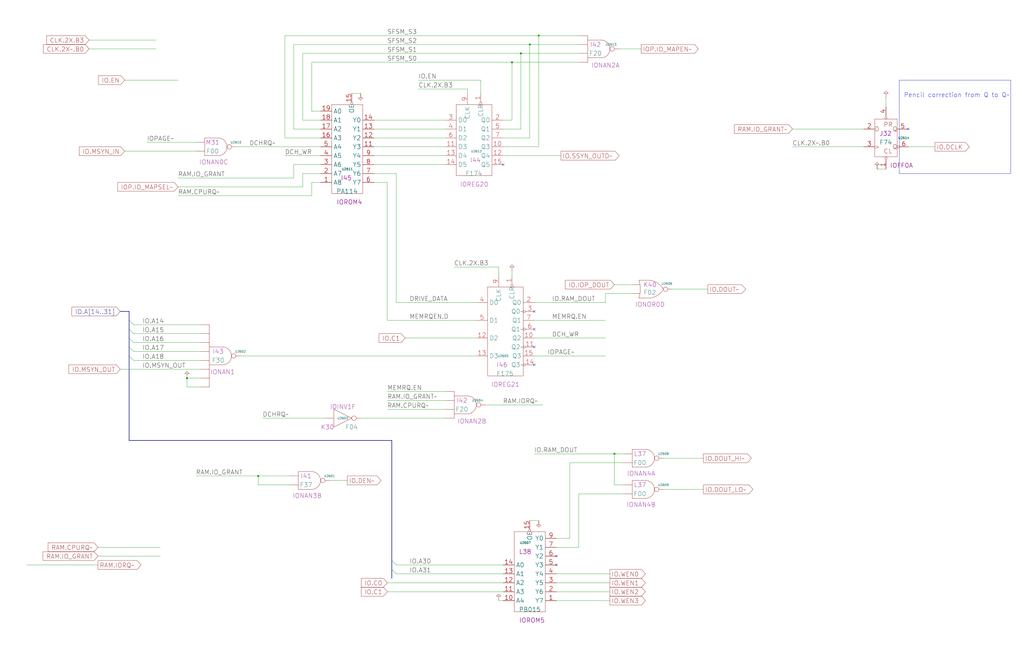
<source format=kicad_sch>
(kicad_sch (version 20211123) (generator eeschema)
  (paper "User" 584.2 378.46)
  (title_block (title "UNIBUS 0\\nSLAVE FSM") (date "22-SEP-90") (rev "2.0") (comment 1 "IOC") (comment 2 "232-003061") (comment 3 "S400") (comment 4 "RELEASED"))
  (lib_symbols
    (symbol "r1000:F00" (pin_numbers hide) (pin_names hide)
      (property "Reference" "U" (at 15.24 0 0))
      (property "Value" "F00" (at 1.905 -5.08 0))
      (property "Location" "___" (at 1.905 0 0))
      (property "Name" "______" (at 2.54 -12.7 0))
      (symbol "F00_0_1"
        (polyline (pts (xy -2.54 -7.62) (xy 5.08 -7.62)) (stroke (width 0.1524)))
        (polyline (pts (xy -2.54 2.54) (xy -2.54 -7.62)) (stroke (width 0.1524)))
        (polyline (pts (xy -2.54 2.54) (xy 5.08 2.54)) (stroke (width 0.1524)))
        (arc (start 5.08 -7.62) (mid 10.1282 -2.54) (end 5.08 2.54) (stroke (width 0.1524)))
        (circle (center 11.43 -2.54) (radius 1.27) (stroke (width 0.1524)))
      )
      (symbol "F00_0_2"
        (circle (center -3.81 -5.08) (radius 1.27) (stroke (width 0.1524)))
        (circle (center -3.81 0) (radius 1.27) (stroke (width 0.1524)))
        (arc (start -3.175 -7.62) (mid -2.134 -2.54) (end -3.175 2.54) (stroke (width 0.1524)))
        (polyline (pts (xy -3.175 -7.62) (xy 3.81 -7.62)) (stroke (width 0.1524)))
        (polyline (pts (xy -3.175 2.54) (xy 3.81 2.54)) (stroke (width 0.1524)))
        (arc (start 3.81 -7.62) (mid 7.5855 -5.8306) (end 10.16 -2.54) (stroke (width 0.1524)))
        (arc (start 10.16 -2.54) (mid 7.5827 0.7471) (end 3.81 2.54) (stroke (width 0.1524)))
      )
      (symbol "F00_1_1"
        (pin input line (at -7.62 0 0) (length 5.08) (name "D0") (number "1"))
        (pin input line (at -7.62 -5.08 0) (length 5.08) (name "D1") (number "2"))
        (pin output line (at 15.24 -2.54 180) (length 2.54) (name "Q") (number "3"))
      )
      (symbol "F00_1_2"
        (pin input line (at -7.62 0 0) (length 2.54) (name "D0") (number "1"))
        (pin input line (at -7.62 -5.08 0) (length 2.54) (name "D1") (number "2"))
        (pin output line (at 15.24 -2.54 180) (length 5.08) (name "Q") (number "3"))
      )
    )
    (symbol "r1000:F02" (pin_numbers hide) (pin_names hide)
      (property "Reference" "U" (at 12.16 0.635 0))
      (property "Value" "F02" (at -1.27 -4.445 0))
      (property "Location" "___" (at 2.54 0 0))
      (property "Name" "______" (at 2.54 -12.7 0))
      (symbol "F02_0_1"
        (arc (start -3.81 -7.62) (mid -2.9847 -2.54) (end -3.81 2.54) (stroke (width 0.1524)))
        (polyline (pts (xy -5.08 -5.08) (xy -3.175 -5.08)) (stroke (width 0.1524)))
        (polyline (pts (xy -5.08 0) (xy -3.175 0)) (stroke (width 0.1524)))
        (polyline (pts (xy -3.81 -7.62) (xy 2.54 -7.62)) (stroke (width 0.1524)))
        (polyline (pts (xy -3.81 2.54) (xy 2.54 2.54)) (stroke (width 0.1524)))
        (polyline (pts (xy 13.97 -2.54) (xy 12.7 -2.54)) (stroke (width 0.1524)))
        (arc (start 2.54 -7.62) (mid 6.9515 -5.9823) (end 10.16 -2.54) (stroke (width 0.1524)))
        (arc (start 10.16 -2.54) (mid 6.9478 0.8966) (end 2.54 2.54) (stroke (width 0.1524)))
        (circle (center 11.43 -2.54) (radius 1.27) (stroke (width 0.1524)))
      )
      (symbol "F02_0_2"
        (circle (center -3.81 -5.08) (radius 1.27) (stroke (width 0.1524)))
        (circle (center -3.81 0) (radius 1.27) (stroke (width 0.1524)))
        (polyline (pts (xy -2.54 -7.62) (xy 5.08 -7.62)) (stroke (width 0.1524)))
        (polyline (pts (xy -2.54 2.54) (xy -2.54 -7.62)) (stroke (width 0.1524)))
        (polyline (pts (xy -2.54 2.54) (xy 5.08 2.54)) (stroke (width 0.1524)))
        (polyline (pts (xy 11.43 -2.54) (xy 10.16 -2.54)) (stroke (width 0.1524)))
        (polyline (pts (xy 11.43 -2.54) (xy 12.7 -2.54)) (stroke (width 0.1524)))
        (arc (start 5.08 -7.62) (mid 10.1282 -2.54) (end 5.08 2.54) (stroke (width 0.1524)))
      )
      (symbol "F02_1_1"
        (pin input line (at -7.62 0 0) (length 2.54) (name "D0") (number "1"))
        (pin input line (at -7.62 -5.08 0) (length 2.54) (name "D1") (number "2"))
        (pin output line (at 15.24 -2.54 180) (length 1.27) (name "Q") (number "3"))
      )
      (symbol "F02_1_2"
        (pin input line (at -7.62 0 0) (length 2.54) (name "D0") (number "1"))
        (pin input line (at -7.62 -5.08 0) (length 2.54) (name "D1") (number "2"))
        (pin output line (at 15.24 -2.54 180) (length 2.54) (name "Q") (number "3"))
      )
    )
    (symbol "r1000:F04" (pin_numbers hide) (pin_names hide)
      (property "Reference" "U" (at 0 0 0))
      (property "Value" "F04" (at 1.27 -5.08 0))
      (property "Location" "___" (at -12.7 -5.08 0))
      (property "Name" "______" (at 0 5.08 0))
      (symbol "F04_0_1"
        (polyline (pts (xy -7.62 0) (xy -5.08 0)) (stroke (width 0.1524)))
        (polyline (pts (xy -5.08 5.08) (xy -5.08 -5.08)) (stroke (width 0.1524)))
        (polyline (pts (xy 5.08 0) (xy -5.08 -5.08)) (stroke (width 0.1524)))
        (polyline (pts (xy 5.08 0) (xy -5.08 5.08)) (stroke (width 0.1524)))
        (circle (center 6.35 0) (radius 1.27) (stroke (width 0.1524)))
      )
      (symbol "F04_1_1"
        (pin input line (at -10.16 0 0) (length 2.54) (name "D") (number "1"))
        (pin output line (at 10.16 0 180) (length 2.54) (name "Q") (number "2"))
      )
    )
    (symbol "r1000:F174" (pin_names (offset 1.016))
      (property "Reference" "U" (at 2.54 5.08 0))
      (property "Value" "F174" (at -3.81 -7.62 0))
      (property "Location" "___" (at -1.27 0 0))
      (property "Name" "______" (at 1.27 -15.24 0))
      (symbol "F174_1_1"
        (rectangle (start -8.89 31.75) (end 11.43 -8.89))
        (circle (center 5.08 32.385) (radius 0.635))
        (pin input line (at 5.08 38.1 270) (length 5.08) (name "CLR") (number "1"))
        (pin output line (at 17.78 7.62 180) (length 6.35) (name "Q3") (number "10"))
        (pin input line (at -15.24 7.62 0) (length 6.35) (name "D3") (number "11"))
        (pin output line (at 17.78 2.54 180) (length 6.35) (name "Q4") (number "12"))
        (pin input line (at -15.24 2.54 0) (length 6.35) (name "D4") (number "13"))
        (pin input line (at -15.24 -2.54 0) (length 6.35) (name "D5") (number "14"))
        (pin output line (at 17.78 -2.54 180) (length 6.35) (name "Q5") (number "15"))
        (pin output line (at 17.78 22.86 180) (length 6.35) (name "Q0") (number "2"))
        (pin input line (at -15.24 22.86 0) (length 6.35) (name "D0") (number "3"))
        (pin input line (at -15.24 17.78 0) (length 6.35) (name "D1") (number "4"))
        (pin output line (at 17.78 17.78 180) (length 6.35) (name "Q1") (number "5"))
        (pin input line (at -15.24 12.7 0) (length 6.35) (name "D2") (number "6"))
        (pin output line (at 17.78 12.7 180) (length 6.35) (name "Q2") (number "7"))
        (pin input line (at -2.54 38.1 270) (length 6.35) (name "CLK") (number "9"))
      )
    )
    (symbol "r1000:F175" (pin_names (offset 1.016))
      (property "Reference" "U" (at 2.54 5.08 0))
      (property "Value" "F175" (at -1.27 -5.08 0))
      (property "Location" "___" (at -1.27 0 0))
      (property "Name" "______" (at 3.81 -12.7 0))
      (symbol "F175_1_1"
        (rectangle (start -6.35 44.45) (end 13.97 -6.35))
        (circle (center 7.62 45.085) (radius 0.635))
        (circle (center 14.605 0) (radius 0.635))
        (circle (center 14.605 10.16) (radius 0.635))
        (circle (center 14.605 20.32) (radius 0.635))
        (circle (center 14.605 30.48) (radius 0.635))
        (pin input line (at 7.62 50.8 270) (length 5.08) (name "CLR") (number "1"))
        (pin output line (at 20.32 15.24 180) (length 6.35) (name "Q2") (number "10"))
        (pin output line (at 20.32 10.16 180) (length 5.08) (name "Q2~") (number "11"))
        (pin input line (at -12.7 15.24 0) (length 6.35) (name "D2") (number "12"))
        (pin input line (at -12.7 5.08 0) (length 6.35) (name "D3") (number "13"))
        (pin output line (at 20.32 0 180) (length 5.08) (name "Q3~") (number "14"))
        (pin output line (at 20.32 5.08 180) (length 6.35) (name "Q3") (number "15"))
        (pin output line (at 20.32 35.56 180) (length 6.35) (name "Q0") (number "2"))
        (pin output line (at 20.32 30.48 180) (length 5.08) (name "Q0~") (number "3"))
        (pin input line (at -12.7 35.56 0) (length 6.35) (name "D0") (number "4"))
        (pin input line (at -12.7 25.4 0) (length 6.35) (name "D1") (number "5"))
        (pin output line (at 20.32 20.32 180) (length 5.08) (name "Q1~") (number "6"))
        (pin output line (at 20.32 25.4 180) (length 6.35) (name "Q1") (number "7"))
        (pin input line (at 0 50.8 270) (length 6.35) (name "CLK") (number "9"))
      )
    )
    (symbol "r1000:F20" (pin_numbers hide) (pin_names hide)
      (property "Reference" "U" (at 8.255 2.54 0))
      (property "Value" "F20" (at -0.635 -2.54 0))
      (property "Location" "___" (at -0.635 2.54 0))
      (property "Name" "______" (at 5.08 -10.795 0))
      (symbol "F20_0_1"
        (polyline (pts (xy -5.08 -5.08) (xy -5.08 -7.62)) (stroke (width 0.1524)))
        (polyline (pts (xy -5.08 5.08) (xy -5.08 -5.08)) (stroke (width 0.1524)))
        (polyline (pts (xy -5.08 7.62) (xy -5.08 5.08)) (stroke (width 0.1524)))
        (polyline (pts (xy 2.54 -5.08) (xy -5.08 -5.08)) (stroke (width 0.1524)))
        (polyline (pts (xy 2.54 5.08) (xy -5.08 5.08)) (stroke (width 0.1524)))
        (arc (start 2.54 -5.08) (mid 7.5882 0) (end 2.54 5.08) (stroke (width 0.1524)))
        (circle (center 8.89 0) (radius 1.27) (stroke (width 0.1524)))
      )
      (symbol "F20_0_2"
        (circle (center -7.62 -7.62) (radius 1.27) (stroke (width 0.1524)))
        (circle (center -7.62 7.62) (radius 1.27) (stroke (width 0.1524)))
        (circle (center -6.985 -2.54) (radius 1.27) (stroke (width 0.1524)))
        (circle (center -6.985 2.54) (radius 1.27) (stroke (width 0.1524)))
        (arc (start -6.35 -7.62) (mid -5.3975 0) (end -6.35 7.62) (stroke (width 0.1524)))
        (polyline (pts (xy -5.715 -5.08) (xy 1.27 -5.08)) (stroke (width 0.1524)))
        (polyline (pts (xy -5.715 5.08) (xy 1.27 5.08)) (stroke (width 0.1524)))
        (arc (start 1.27 -5.08) (mid 5.0518 -3.2985) (end 7.62 0) (stroke (width 0.1524)))
        (arc (start 7.62 0) (mid 5.0518 3.2985) (end 1.27 5.08) (stroke (width 0.1524)))
      )
      (symbol "F20_1_1"
        (pin input line (at -10.16 7.62 0) (length 5.08) (name "D0") (number "1"))
        (pin input line (at -10.16 2.54 0) (length 5.08) (name "D1") (number "2"))
        (pin input line (at -10.16 -2.54 0) (length 5.08) (name "D2") (number "4"))
        (pin input line (at -10.16 -7.62 0) (length 5.08) (name "D3") (number "5"))
        (pin output line (at 12.7 0 180) (length 2.54) (name "Q") (number "6"))
      )
      (symbol "F20_1_2"
        (pin input line (at -10.16 7.62 0) (length 1.27) (name "D0") (number "1"))
        (pin input line (at -10.16 2.54 0) (length 1.905) (name "D1") (number "2"))
        (pin input line (at -10.16 -2.54 0) (length 1.905) (name "D2") (number "4"))
        (pin input line (at -10.16 -7.62 0) (length 1.27) (name "D3") (number "5"))
        (pin output line (at 12.7 0 180) (length 5.08) (name "Q") (number "6"))
      )
    )
    (symbol "r1000:F30" (pin_numbers hide) (pin_names hide)
      (property "Reference" "U" (at 15.24 2.54 0))
      (property "Value" "F30" (at 2.54 -2.54 0))
      (property "Location" "___" (at 2.54 2.54 0))
      (property "Name" "______" (at 5.08 -10.62 0))
      (symbol "F30_0_0"
        (polyline (pts (xy -2.54 -5.08) (xy 5.08 -5.08)) (stroke (width 0.1524)))
        (polyline (pts (xy -2.54 5.08) (xy 5.08 5.08)) (stroke (width 0.1524)))
        (arc (start 5.08 -5.08) (mid 8.6721 -3.5921) (end 10.16 0) (stroke (width 0.1524)))
        (arc (start 10.16 0) (mid 8.6721 3.5921) (end 5.08 5.08) (stroke (width 0.1524)))
        (circle (center 11.43 0) (radius 1.27) (stroke (width 0.1524)))
      )
      (symbol "F30_0_1"
        (polyline (pts (xy -2.54 -7.62) (xy -2.54 -17.78)) (stroke (width 0.1524)))
        (polyline (pts (xy -2.54 -5.08) (xy -2.54 -7.62)) (stroke (width 0.1524)))
        (polyline (pts (xy -2.54 5.08) (xy -2.54 -5.08)) (stroke (width 0.1524)))
        (polyline (pts (xy -2.54 7.62) (xy -2.54 5.08)) (stroke (width 0.1524)))
        (polyline (pts (xy -2.54 17.145) (xy -2.54 7.62)) (stroke (width 0.1524)))
        (polyline (pts (xy -2.54 17.78) (xy -2.54 17.145)) (stroke (width 0.1524)))
      )
      (symbol "F30_1_1"
        (pin input line (at -7.62 7.62 0) (length 5.08) (name "D0") (number "1"))
        (pin input line (at -7.62 17.78 0) (length 5.08) (name "D1") (number "11"))
        (pin input line (at -7.62 12.7 0) (length 5.08) (name "D2") (number "12"))
        (pin input line (at -7.62 2.54 0) (length 5.08) (name "D3") (number "2"))
        (pin input line (at -7.62 -2.54 0) (length 5.08) (name "D4") (number "3"))
        (pin input line (at -7.62 -7.62 0) (length 5.08) (name "D5") (number "4"))
        (pin input line (at -7.62 -12.7 0) (length 5.08) (name "D6") (number "5"))
        (pin input line (at -7.62 -17.78 0) (length 5.08) (name "D7") (number "6"))
        (pin output line (at 15.24 0 180) (length 2.54) (name "Q") (number "8"))
      )
    )
    (symbol "r1000:F37" (pin_numbers hide) (pin_names (offset 0) hide)
      (property "Reference" "U" (at 15.24 0 0))
      (property "Value" "F37" (at 1.905 -5.08 0))
      (property "Location" "___" (at 1.905 0 0))
      (property "Name" "______" (at 2.54 -12.7 0))
      (symbol "F37_0_1"
        (polyline (pts (xy -2.54 -7.62) (xy 5.08 -7.62)) (stroke (width 0.1524)))
        (polyline (pts (xy -2.54 2.54) (xy -2.54 -7.62)) (stroke (width 0.1524)))
        (polyline (pts (xy -2.54 2.54) (xy 5.08 2.54)) (stroke (width 0.1524)))
        (arc (start 5.08 -7.62) (mid 10.1282 -2.54) (end 5.08 2.54) (stroke (width 0.1524)))
        (circle (center 11.43 -2.54) (radius 1.27) (stroke (width 0.1524)))
      )
      (symbol "F37_0_2"
        (circle (center -3.81 -5.08) (radius 1.27) (stroke (width 0.1524)))
        (circle (center -3.81 0) (radius 1.27) (stroke (width 0.1524)))
        (arc (start -3.175 -7.62) (mid -2.134 -2.54) (end -3.175 2.54) (stroke (width 0.1524)))
        (polyline (pts (xy -3.175 -7.62) (xy 3.81 -7.62)) (stroke (width 0.1524)))
        (polyline (pts (xy -3.175 2.54) (xy 3.81 2.54)) (stroke (width 0.1524)))
        (arc (start 3.81 -7.62) (mid 7.5855 -5.8306) (end 10.16 -2.54) (stroke (width 0.1524)))
        (arc (start 10.16 -2.54) (mid 7.5827 0.7471) (end 3.81 2.54) (stroke (width 0.1524)))
      )
      (symbol "F37_1_1"
        (pin input line (at -7.62 0 0) (length 5.08) (name "D0") (number "1"))
        (pin input line (at -7.62 -5.08 0) (length 5.08) (name "D1") (number "2"))
        (pin output line (at 15.24 -2.54 180) (length 2.54) (name "Q") (number "3"))
      )
      (symbol "F37_1_2"
        (pin input line (at -7.62 0 0) (length 2.54) (name "D0") (number "1"))
        (pin input line (at -7.62 -5.08 0) (length 2.54) (name "D1") (number "2"))
        (pin output line (at 15.24 -2.54 180) (length 5.08) (name "Q") (number "3"))
      )
    )
    (symbol "r1000:F74" (pin_names (offset 1.016) hide)
      (property "Reference" "U" (at 12.7 -2.54 0))
      (property "Value" "F74" (at -1.27 -5.08 0))
      (property "Location" "___" (at -1.27 0 0))
      (property "Name" "______" (at 11.43 -19.685 0))
      (symbol "F74_0_1"
        (rectangle (start -3.81 8.255) (end 8.89 -13.335) (stroke (width 0.1524)))
        (polyline (pts (xy 2.54 -15.24) (xy 2.54 -14.605)) (stroke (width 0.1524)))
        (polyline (pts (xy 2.54 10.16) (xy 2.54 9.525)) (stroke (width 0.1524)))
      )
      (symbol "F74_1_1"
        (circle (center 2.54 -13.97) (radius 0.635))
        (circle (center 2.54 8.89) (radius 0.635))
        (circle (center 9.525 -7.62) (radius 0.635))
        (text ">" (at -2.54 -7.62 0) (effects (font (size 2.54 2.54))))
        (text "C" (at 2.54 -10.16 0) (effects (font (size 2.54 2.54))))
        (text "D" (at -2.54 2.54 0) (effects (font (size 2.54 2.54))))
        (text "L" (at 5.08 -10.16 0) (effects (font (size 2.54 2.54))))
        (text "P" (at 2.54 5.08 0) (effects (font (size 2.54 2.54))))
        (text "Q" (at 7.62 -7.62 0) (effects (font (size 2.54 2.54))))
        (text "Q" (at 7.62 2.54 0) (effects (font (size 2.54 2.54))))
        (text "R" (at 5.08 5.08 0) (effects (font (size 2.54 2.54))))
        (pin input line (at 2.54 -20.32 90) (length 5.08) (name "CL_") (number "1"))
        (pin input line (at -10.16 2.54 0) (length 6.35) (name "D") (number "2"))
        (pin input line (at -10.16 -7.62 0) (length 6.35) (name "CLK") (number "3"))
        (pin input line (at 2.54 15.24 270) (length 5.08) (name "PR_") (number "4"))
        (pin output line (at 15.24 2.54 180) (length 6.35) (name "Q") (number "5"))
        (pin output line (at 15.24 -7.62 180) (length 5.08) (name "Q_") (number "6"))
      )
    )
    (symbol "r1000:PAxxx" (pin_names (offset 1.016))
      (property "Reference" "U" (at 2.54 5.08 0))
      (property "Value" "PAxxx" (at -3.81 -7.62 0))
      (property "Location" "___" (at -1.27 0 0))
      (property "Name" "______" (at 3.81 -15.24 0))
      (symbol "PAxxx_1_1"
        (rectangle (start -6.35 41.91) (end 11.43 -8.89))
        (circle (center 5.08 42.545) (radius 0.635))
        (pin input line (at -12.7 -2.54 0) (length 6.35) (name "A8") (number "1"))
        (pin tri_state line (at 17.78 17.78 180) (length 6.35) (name "Y3") (number "11"))
        (pin tri_state line (at 17.78 22.86 180) (length 6.35) (name "Y2") (number "12"))
        (pin tri_state line (at 17.78 27.94 180) (length 6.35) (name "Y1") (number "13"))
        (pin tri_state line (at 17.78 33.02 180) (length 6.35) (name "Y0") (number "14"))
        (pin input line (at 5.08 48.26 270) (length 5.08) (name "OE") (number "15"))
        (pin input line (at -12.7 22.86 0) (length 6.35) (name "A3") (number "16"))
        (pin input line (at -12.7 27.94 0) (length 6.35) (name "A2") (number "17"))
        (pin input line (at -12.7 33.02 0) (length 6.35) (name "A1") (number "18"))
        (pin input line (at -12.7 38.1 0) (length 6.35) (name "A0") (number "19"))
        (pin input line (at -12.7 2.54 0) (length 6.35) (name "A7") (number "2"))
        (pin input line (at -12.7 7.62 0) (length 6.35) (name "A6") (number "3"))
        (pin input line (at -12.7 12.7 0) (length 6.35) (name "A5") (number "4"))
        (pin input line (at -12.7 17.78 0) (length 6.35) (name "A4") (number "5"))
        (pin tri_state line (at 17.78 -2.54 180) (length 6.35) (name "Y7") (number "6"))
        (pin tri_state line (at 17.78 2.54 180) (length 6.35) (name "Y6") (number "7"))
        (pin tri_state line (at 17.78 7.62 180) (length 6.35) (name "Y5") (number "8"))
        (pin tri_state line (at 17.78 12.7 180) (length 6.35) (name "Y4") (number "9"))
      )
    )
    (symbol "r1000:PBxxx" (pin_names (offset 1.016))
      (property "Reference" "U" (at 2.54 5.08 0))
      (property "Value" "PBxxx" (at -1.27 -33.02 0))
      (property "Location" "___" (at -1.27 0 0))
      (property "Name" "______" (at 6.35 -40.64 0))
      (symbol "PBxxx_1_1"
        (rectangle (start -3.81 11.43) (end 13.97 -34.29))
        (circle (center 5.08 12.065) (radius 0.635))
        (pin tri_state line (at 20.32 -27.94 180) (length 6.35) (name "Y7") (number "1"))
        (pin input line (at -10.16 -27.94 0) (length 6.35) (name "A4") (number "10"))
        (pin input line (at -10.16 -22.86 0) (length 6.35) (name "A3") (number "11"))
        (pin input line (at -10.16 -17.78 0) (length 6.35) (name "A2") (number "12"))
        (pin input line (at -10.16 -12.7 0) (length 6.35) (name "A1") (number "13"))
        (pin input line (at -10.16 -7.62 0) (length 6.35) (name "A0") (number "14"))
        (pin input line (at 5.08 17.78 270) (length 5.08) (name "OE") (number "15"))
        (pin tri_state line (at 20.32 -22.86 180) (length 6.35) (name "Y6") (number "2"))
        (pin tri_state line (at 20.32 -17.78 180) (length 6.35) (name "Y5") (number "3"))
        (pin tri_state line (at 20.32 -12.7 180) (length 6.35) (name "Y4") (number "4"))
        (pin tri_state line (at 20.32 -7.62 180) (length 6.35) (name "Y3") (number "5"))
        (pin tri_state line (at 20.32 -2.54 180) (length 6.35) (name "Y2") (number "6"))
        (pin tri_state line (at 20.32 2.54 180) (length 6.35) (name "Y1") (number "7"))
        (pin tri_state line (at 20.32 7.62 180) (length 6.35) (name "Y0") (number "9"))
      )
    )
    (symbol "r1000:PD" (power) (pin_numbers hide) (pin_names hide) (in_bom no)
      (symbol "PD_0_1"
        (polyline (pts (xy 0 -2.54) (xy 1.27 -2.54) (xy 0 -3.81) (xy -1.27 -2.54) (xy 0 -2.54)) (stroke (width 0.1524)))
      )
      (symbol "PD_1_1"
        (pin power_in line (at 0 0 270) (length 2.54) (name "PD") (number "1"))
      )
    )
    (symbol "r1000:PU" (power) (pin_numbers hide) (pin_names hide)
      (symbol "PU_0_1"
        (polyline (pts (xy 0 2.54) (xy -1.27 2.54) (xy 0 3.81) (xy 1.27 2.54) (xy 0 2.54)) (stroke (width 0.1524)))
      )
      (symbol "PU_1_1"
        (pin power_in line (at 0 0 90) (length 2.54) (name "PU") (number "1"))
      )
    )
  )
  (bus (pts (xy 223.52 251.46) (xy 223.52 320.04)))
  (bus (pts (xy 223.52 320.04) (xy 223.52 325.12)))
  (bus (pts (xy 223.52 325.12) (xy 223.52 330.2)))
  (bus (pts (xy 68.58 177.8) (xy 73.66 177.8)))
  (bus (pts (xy 73.66 177.8) (xy 73.66 182.88)))
  (bus (pts (xy 73.66 182.88) (xy 73.66 187.96)))
  (bus (pts (xy 73.66 187.96) (xy 73.66 193.04)))
  (bus (pts (xy 73.66 193.04) (xy 73.66 198.12)))
  (bus (pts (xy 73.66 198.12) (xy 73.66 203.2)))
  (bus (pts (xy 73.66 203.2) (xy 73.66 251.46)))
  (bus (pts (xy 73.66 251.46) (xy 223.52 251.46)))
  (polyline (pts (xy 513.08 45.72) (xy 513.08 99.06)))
  (polyline (pts (xy 513.08 45.72) (xy 576.58 45.72)))
  (polyline (pts (xy 576.58 45.72) (xy 576.58 99.06)))
  (polyline (pts (xy 576.58 99.06) (xy 513.08 99.06)))
  (wire (pts (xy 101.6 101.6) (xy 167.64 101.6)))
  (wire (pts (xy 101.6 106.68) (xy 172.72 106.68)))
  (wire (pts (xy 101.6 111.76) (xy 177.8 111.76)))
  (wire (pts (xy 106.68 215.9) (xy 114.3 215.9)))
  (wire (pts (xy 106.68 220.98) (xy 106.68 215.9)))
  (wire (pts (xy 111.76 271.78) (xy 147.32 271.78)))
  (wire (pts (xy 114.3 220.98) (xy 106.68 220.98)))
  (wire (pts (xy 134.62 83.82) (xy 182.88 83.82)))
  (wire (pts (xy 137.16 203.2) (xy 271.78 203.2)))
  (wire (pts (xy 147.32 271.78) (xy 165.1 271.78)))
  (wire (pts (xy 147.32 276.86) (xy 147.32 271.78)))
  (wire (pts (xy 149.86 238.76) (xy 185.42 238.76)))
  (wire (pts (xy 15.24 322.58) (xy 55.88 322.58)))
  (wire (pts (xy 162.56 20.32) (xy 307.34 20.32)))
  (wire (pts (xy 162.56 78.74) (xy 162.56 20.32)))
  (wire (pts (xy 162.56 88.9) (xy 182.88 88.9)))
  (wire (pts (xy 165.1 276.86) (xy 147.32 276.86)))
  (wire (pts (xy 167.64 101.6) (xy 167.64 93.98)))
  (wire (pts (xy 167.64 25.4) (xy 302.26 25.4)))
  (wire (pts (xy 167.64 73.66) (xy 167.64 25.4)))
  (wire (pts (xy 167.64 93.98) (xy 182.88 93.98)))
  (wire (pts (xy 172.72 106.68) (xy 172.72 99.06)))
  (wire (pts (xy 172.72 30.48) (xy 297.18 30.48)))
  (wire (pts (xy 172.72 68.58) (xy 172.72 30.48)))
  (wire (pts (xy 172.72 99.06) (xy 182.88 99.06)))
  (wire (pts (xy 177.8 104.14) (xy 182.88 104.14)))
  (wire (pts (xy 177.8 111.76) (xy 177.8 104.14)))
  (wire (pts (xy 177.8 35.56) (xy 292.1 35.56)))
  (wire (pts (xy 177.8 63.5) (xy 177.8 35.56)))
  (wire (pts (xy 182.88 63.5) (xy 177.8 63.5)))
  (wire (pts (xy 182.88 68.58) (xy 172.72 68.58)))
  (wire (pts (xy 182.88 73.66) (xy 167.64 73.66)))
  (wire (pts (xy 182.88 78.74) (xy 162.56 78.74)))
  (wire (pts (xy 187.96 274.32) (xy 198.12 274.32)))
  (wire (pts (xy 200.66 53.34) (xy 205.74 53.34)))
  (wire (pts (xy 205.74 238.76) (xy 254 238.76)))
  (wire (pts (xy 213.36 68.58) (xy 254 68.58)))
  (wire (pts (xy 213.36 73.66) (xy 254 73.66)))
  (wire (pts (xy 213.36 78.74) (xy 254 78.74)))
  (wire (pts (xy 213.36 83.82) (xy 254 83.82)))
  (wire (pts (xy 213.36 88.9) (xy 254 88.9)))
  (wire (pts (xy 213.36 93.98) (xy 254 93.98)))
  (wire (pts (xy 213.36 99.06) (xy 226.06 99.06)))
  (wire (pts (xy 220.98 104.14) (xy 213.36 104.14)))
  (wire (pts (xy 220.98 182.88) (xy 220.98 104.14)))
  (wire (pts (xy 220.98 182.88) (xy 271.78 182.88)))
  (wire (pts (xy 220.98 223.52) (xy 254 223.52)))
  (wire (pts (xy 220.98 228.6) (xy 254 228.6)))
  (wire (pts (xy 220.98 233.68) (xy 254 233.68)))
  (wire (pts (xy 220.98 332.74) (xy 287.02 332.74)))
  (wire (pts (xy 220.98 337.82) (xy 287.02 337.82)))
  (wire (pts (xy 226.06 172.72) (xy 271.78 172.72)))
  (wire (pts (xy 226.06 322.58) (xy 287.02 322.58)))
  (wire (pts (xy 226.06 327.66) (xy 287.02 327.66)))
  (wire (pts (xy 226.06 99.06) (xy 226.06 172.72)))
  (wire (pts (xy 231.14 193.04) (xy 271.78 193.04)))
  (wire (pts (xy 238.76 45.72) (xy 274.32 45.72)))
  (wire (pts (xy 238.76 50.8) (xy 266.7 50.8)))
  (wire (pts (xy 259.08 152.4) (xy 284.48 152.4)))
  (wire (pts (xy 266.7 50.8) (xy 266.7 53.34)))
  (wire (pts (xy 274.32 45.72) (xy 274.32 53.34)))
  (wire (pts (xy 276.86 231.14) (xy 309.88 231.14)))
  (wire (pts (xy 284.48 152.4) (xy 284.48 157.48)))
  (wire (pts (xy 284.48 342.9) (xy 287.02 342.9)))
  (wire (pts (xy 287.02 88.9) (xy 320.04 88.9)))
  (wire (pts (xy 292.1 154.94) (xy 292.1 157.48)))
  (wire (pts (xy 292.1 35.56) (xy 292.1 68.58)))
  (wire (pts (xy 292.1 35.56) (xy 330.2 35.56)))
  (wire (pts (xy 292.1 68.58) (xy 287.02 68.58)))
  (wire (pts (xy 297.18 30.48) (xy 297.18 73.66)))
  (wire (pts (xy 297.18 30.48) (xy 330.2 30.48)))
  (wire (pts (xy 297.18 73.66) (xy 287.02 73.66)))
  (wire (pts (xy 302.26 25.4) (xy 302.26 78.74)))
  (wire (pts (xy 302.26 25.4) (xy 330.2 25.4)))
  (wire (pts (xy 302.26 297.18) (xy 307.34 297.18)))
  (wire (pts (xy 302.26 78.74) (xy 287.02 78.74)))
  (wire (pts (xy 304.8 172.72) (xy 345.44 172.72)))
  (wire (pts (xy 304.8 182.88) (xy 345.44 182.88)))
  (wire (pts (xy 304.8 193.04) (xy 345.44 193.04)))
  (wire (pts (xy 304.8 203.2) (xy 345.44 203.2)))
  (wire (pts (xy 304.8 259.08) (xy 350.52 259.08)))
  (wire (pts (xy 307.34 20.32) (xy 307.34 83.82)))
  (wire (pts (xy 307.34 20.32) (xy 330.2 20.32)))
  (wire (pts (xy 307.34 83.82) (xy 287.02 83.82)))
  (wire (pts (xy 317.5 307.34) (xy 325.12 307.34)))
  (wire (pts (xy 317.5 327.66) (xy 347.98 327.66)))
  (wire (pts (xy 317.5 332.74) (xy 347.98 332.74)))
  (wire (pts (xy 317.5 337.82) (xy 347.98 337.82)))
  (wire (pts (xy 317.5 342.9) (xy 347.98 342.9)))
  (wire (pts (xy 325.12 264.16) (xy 355.6 264.16)))
  (wire (pts (xy 325.12 307.34) (xy 325.12 264.16)))
  (wire (pts (xy 330.2 281.94) (xy 330.2 312.42)))
  (wire (pts (xy 330.2 312.42) (xy 317.5 312.42)))
  (wire (pts (xy 345.44 167.64) (xy 360.68 167.64)))
  (wire (pts (xy 345.44 172.72) (xy 345.44 167.64)))
  (wire (pts (xy 350.52 162.56) (xy 360.68 162.56)))
  (wire (pts (xy 350.52 259.08) (xy 355.6 259.08)))
  (wire (pts (xy 350.52 276.86) (xy 350.52 259.08)))
  (wire (pts (xy 353.06 27.94) (xy 365.76 27.94)))
  (wire (pts (xy 355.6 276.86) (xy 350.52 276.86)))
  (wire (pts (xy 355.6 281.94) (xy 330.2 281.94)))
  (wire (pts (xy 378.46 261.62) (xy 401.32 261.62)))
  (wire (pts (xy 378.46 279.4) (xy 401.32 279.4)))
  (wire (pts (xy 383.54 165.1) (xy 403.86 165.1)))
  (wire (pts (xy 452.12 73.66) (xy 492.76 73.66)))
  (wire (pts (xy 452.12 83.82) (xy 492.76 83.82)))
  (wire (pts (xy 50.8 22.86) (xy 88.9 22.86)))
  (wire (pts (xy 50.8 27.94) (xy 88.9 27.94)))
  (wire (pts (xy 500.38 96.52) (xy 505.46 96.52)))
  (wire (pts (xy 505.46 55.88) (xy 505.46 60.96)))
  (wire (pts (xy 518.16 83.82) (xy 533.4 83.82)))
  (wire (pts (xy 55.88 312.42) (xy 91.44 312.42)))
  (wire (pts (xy 55.88 317.5) (xy 91.44 317.5)))
  (wire (pts (xy 68.58 210.82) (xy 114.3 210.82)))
  (wire (pts (xy 71.12 45.72) (xy 101.6 45.72)))
  (wire (pts (xy 71.12 86.36) (xy 111.76 86.36)))
  (wire (pts (xy 76.2 185.42) (xy 114.3 185.42)))
  (wire (pts (xy 76.2 190.5) (xy 114.3 190.5)))
  (wire (pts (xy 76.2 195.58) (xy 114.3 195.58)))
  (wire (pts (xy 76.2 200.66) (xy 114.3 200.66)))
  (wire (pts (xy 76.2 205.74) (xy 114.3 205.74)))
  (wire (pts (xy 83.82 81.28) (xy 111.76 81.28)))
  (global_label "CLK.2X.B3" (shape input) (at 50.8 22.86 180) (effects (font (size 2.54 2.54))) (property "Intersheet References" "${INTERSHEET_REFS}" (at 26.2406 22.7013 0) (effects (font (size 2.54 2.54)) (justify right))))
  (global_label "CLK.2X~.B0" (shape input) (at 50.8 27.94 180) (effects (font (size 2.54 2.54))) (property "Intersheet References" "${INTERSHEET_REFS}" (at 24.4263 27.7813 0) (effects (font (size 2.54 2.54)) (justify right))))
  (global_label "RAM.CPURQ~" (shape input) (at 55.88 312.42 180) (effects (font (size 2.54 2.54))) (property "Intersheet References" "${INTERSHEET_REFS}" (at 27.0873 312.2613 0) (effects (font (size 2.54 2.54)) (justify right))))
  (global_label "RAM.IO_GRANT" (shape input) (at 55.88 317.5 180) (effects (font (size 2.54 2.54))) (property "Intersheet References" "${INTERSHEET_REFS}" (at 24.1844 317.3413 0) (effects (font (size 2.54 2.54)) (justify right))))
  (global_label "RAM.IORQ~" (shape output) (at 55.88 322.58 0) (effects (font (size 2.54 2.54))) (property "Intersheet References" "${INTERSHEET_REFS}" (at 80.8022 322.4213 0) (effects (font (size 2.54 2.54)) (justify left))))
  (global_label "IO.A[14..31]" (shape input) (at 68.58 177.8 180) (effects (font (size 2.54 2.54))) (property "Intersheet References" "${INTERSHEET_REFS}" (at 40.634 177.6413 0) (effects (font (size 2.54 2.54)) (justify right))))
  (global_label "IO.MSYN_OUT" (shape input) (at 68.58 210.82 180) (effects (font (size 2.54 2.54))) (property "Intersheet References" "${INTERSHEET_REFS}" (at 38.9406 210.6613 0) (effects (font (size 2.54 2.54)) (justify right))))
  (global_label "IO.EN" (shape input) (at 71.12 45.72 180) (effects (font (size 2.54 2.54))) (property "Intersheet References" "${INTERSHEET_REFS}" (at 55.874 45.5613 0) (effects (font (size 2.54 2.54)) (justify right))))
  (global_label "IO.MSYN_IN" (shape input) (at 71.12 86.36 180) (effects (font (size 2.54 2.54))) (property "Intersheet References" "${INTERSHEET_REFS}" (at 44.8673 86.2013 0) (effects (font (size 2.54 2.54)) (justify right))))
  (bus_entry (at 73.66 182.88) (size 2.54 2.54))
  (bus_entry (at 73.66 187.96) (size 2.54 2.54))
  (bus_entry (at 73.66 193.04) (size 2.54 2.54))
  (bus_entry (at 73.66 198.12) (size 2.54 2.54))
  (bus_entry (at 73.66 203.2) (size 2.54 2.54))
  (label "IO.A14" (at 81.28 185.42 0) (effects (font (size 2.54 2.54))))
  (label "IO.A15" (at 81.28 190.5 0) (effects (font (size 2.54 2.54))))
  (label "IO.A16" (at 81.28 195.58 0) (effects (font (size 2.54 2.54))))
  (label "IO.A17" (at 81.28 200.66 0) (effects (font (size 2.54 2.54))))
  (label "IO.A18" (at 81.28 205.74 0) (effects (font (size 2.54 2.54))))
  (label "IO.MSYN_OUT" (at 81.28 210.82 0) (effects (font (size 2.54 2.54))))
  (label "IOPAGE~" (at 83.82 81.28 0) (effects (font (size 2.54 2.54))))
  (label "RAM.IO_GRANT" (at 101.6 101.6 0) (effects (font (size 2.54 2.54))))
  (global_label "IOP.IO_MAPSEL~" (shape input) (at 101.6 106.68 180) (effects (font (size 2.54 2.54))) (property "Intersheet References" "${INTERSHEET_REFS}" (at 66.7597 106.5213 0) (effects (font (size 2.54 2.54)) (justify right))))
  (label "RAM.CPURQ~" (at 101.6 111.76 0) (effects (font (size 2.54 2.54))))
  (junction (at 106.68 215.9))
  (symbol (lib_id "r1000:PU") (at 106.68 215.9 0) (unit 1)
    (property "Reference" "#PWR0150" (effects hide))
    (property "Value" "PU" (effects hide))
  )
  (label "RAM.IO_GRANT" (at 111.76 271.78 0) (effects (font (size 2.54 2.54))))
  (symbol (lib_id "r1000:F00") (at 119.38 81.28 0) (unit 1)
    (property "Reference" "U2610" (at 134.62 81.28 0))
    (property "Value" "F00" (at 121.285 86.36 0) (effects (font (size 2.54 2.54))))
    (property "Location" "M31" (at 121.285 81.28 0) (effects (font (size 2.54 2.54))))
    (property "Name" "IONAN0C" (at 121.92 93.98 0) (effects (font (size 2.54 2.54)) (justify bottom)))
  )
  (symbol (lib_id "r1000:F30") (at 121.92 203.2 0) (unit 1)
    (property "Reference" "U2602" (at 137.16 200.66 0))
    (property "Value" "F30" (at 124.46 205.74 0) (effects (font (size 2.54 2.54))))
    (property "Location" "I43" (at 124.46 200.66 0) (effects (font (size 2.54 2.54))))
    (property "Name" "IONAN1" (at 127 213.82 0) (effects (font (size 2.54 2.54)) (justify bottom)))
  )
  (label "DCHRQ~" (at 142.24 83.82 0) (effects (font (size 2.54 2.54))))
  (junction (at 147.32 271.78))
  (label "DCHRQ~" (at 149.86 238.76 0) (effects (font (size 2.54 2.54))))
  (label "DCH_WR" (at 162.56 88.9 0) (effects (font (size 2.54 2.54))))
  (symbol (lib_id "r1000:F37") (at 172.72 271.78 0) (unit 1)
    (property "Reference" "U2601" (at 187.96 271.78 0))
    (property "Value" "F37" (at 174.625 276.86 0) (effects (font (size 2.54 2.54))))
    (property "Location" "I41" (at 174.625 271.78 0) (effects (font (size 2.54 2.54))))
    (property "Name" "IONAN3B" (at 175.26 284.48 0) (effects (font (size 2.54 2.54)) (justify bottom)))
  )
  (symbol (lib_id "r1000:PAxxx") (at 195.58 101.6 0) (unit 1)
    (property "Reference" "U2611" (at 198.12 96.52 0))
    (property "Value" "PA114" (at 191.77 109.22 0) (effects (font (size 2.54 2.54)) (justify left)))
    (property "Location" "I45" (at 194.31 101.6 0) (effects (font (size 2.54 2.54)) (justify left)))
    (property "Name" "IOROM4" (at 199.39 116.84 0) (effects (font (size 2.54 2.54)) (justify bottom)))
  )
  (symbol (lib_id "r1000:F04") (at 195.58 238.76 0) (unit 1)
    (property "Reference" "U2603" (at 195.58 238.76 0))
    (property "Value" "F04" (at 196.85 243.84 0) (effects (font (size 2.54 2.54)) (justify left)))
    (property "Location" "K30" (at 182.88 243.84 0) (effects (font (size 2.54 2.54)) (justify left)))
    (property "Name" "IOINV1F" (at 195.58 233.68 0) (effects (font (size 2.54 2.54)) (justify bottom)))
  )
  (global_label "IO.DEN~" (shape output) (at 198.12 274.32 0) (effects (font (size 2.54 2.54))) (property "Intersheet References" "${INTERSHEET_REFS}" (at 217.7203 274.1613 0) (effects (font (size 2.54 2.54)) (justify left))))
  (symbol (lib_id "r1000:PD") (at 205.74 53.34 0) (unit 1) (in_bom no)
    (property "Reference" "#PWR02604" (effects hide))
    (property "Value" "PD" (effects hide))
  )
  (label "SFSM_S3" (at 220.98 20.32 0) (effects (font (size 2.54 2.54))))
  (label "SFSM_S2" (at 220.98 25.4 0) (effects (font (size 2.54 2.54))))
  (label "SFSM_S1" (at 220.98 30.48 0) (effects (font (size 2.54 2.54))))
  (label "SFSM_S0" (at 220.98 35.56 0) (effects (font (size 2.54 2.54))))
  (label "MEMRQ.EN" (at 220.98 223.52 0) (effects (font (size 2.54 2.54))))
  (label "RAM.IO_GRANT~" (at 220.98 228.6 0) (effects (font (size 2.54 2.54))))
  (label "RAM.CPURQ~" (at 220.98 233.68 0) (effects (font (size 2.54 2.54))))
  (global_label "IO.C0" (shape input) (at 220.98 332.74 180) (effects (font (size 2.54 2.54))) (property "Intersheet References" "${INTERSHEET_REFS}" (at 205.734 332.5813 0) (effects (font (size 2.54 2.54)) (justify right))))
  (global_label "IO.C1" (shape input) (at 220.98 337.82 180) (effects (font (size 2.54 2.54))) (property "Intersheet References" "${INTERSHEET_REFS}" (at 205.734 337.6613 0) (effects (font (size 2.54 2.54)) (justify right))))
  (bus_entry (at 223.52 320.04) (size 2.54 2.54))
  (bus_entry (at 223.52 325.12) (size 2.54 2.54))
  (global_label "IO.C1" (shape input) (at 231.14 193.04 180) (effects (font (size 2.54 2.54))) (property "Intersheet References" "${INTERSHEET_REFS}" (at 215.894 192.8813 0) (effects (font (size 2.54 2.54)) (justify right))))
  (label "DRIVE_DATA" (at 233.68 172.72 0) (effects (font (size 2.54 2.54))))
  (label "MEMRQEN.D" (at 233.68 182.88 0) (effects (font (size 2.54 2.54))))
  (label "IO.A30" (at 233.68 322.58 0) (effects (font (size 2.54 2.54))))
  (label "IO.A31" (at 233.68 327.66 0) (effects (font (size 2.54 2.54))))
  (label "IO.EN" (at 238.76 45.72 0) (effects (font (size 2.54 2.54))))
  (label "CLK.2X.B3" (at 238.76 50.8 0) (effects (font (size 2.54 2.54))))
  (label "CLK.2X.B3" (at 259.08 152.4 0) (effects (font (size 2.54 2.54))))
  (symbol (lib_id "r1000:F20") (at 264.16 231.14 0) (unit 1)
    (property "Reference" "U2604" (at 272.415 228.6 0))
    (property "Value" "F20" (at 263.525 233.68 0) (effects (font (size 2.54 2.54))))
    (property "Location" "I42" (at 263.525 228.6 0) (effects (font (size 2.54 2.54))))
    (property "Name" "IONAN2B" (at 269.24 241.935 0) (effects (font (size 2.54 2.54)) (justify bottom)))
  )
  (symbol (lib_id "r1000:F174") (at 269.24 91.44 0) (unit 1)
    (property "Reference" "U2612" (at 271.78 86.36 0))
    (property "Value" "F174" (at 265.43 99.06 0) (effects (font (size 2.54 2.54)) (justify left)))
    (property "Location" "I44" (at 267.97 91.44 0) (effects (font (size 2.54 2.54)) (justify left)))
    (property "Name" "IOREG20" (at 270.51 106.68 0) (effects (font (size 2.54 2.54)) (justify bottom)))
  )
  (symbol (lib_id "r1000:F175") (at 284.48 208.28 0) (unit 1)
    (property "Reference" "U2605" (at 287.02 203.2 0))
    (property "Value" "F175" (at 283.21 213.36 0) (effects (font (size 2.54 2.54)) (justify left)))
    (property "Location" "I46" (at 283.21 208.28 0) (effects (font (size 2.54 2.54)) (justify left)))
    (property "Name" "IOREG21" (at 288.29 220.98 0) (effects (font (size 2.54 2.54)) (justify bottom)))
  )
  (symbol (lib_id "r1000:PU") (at 284.48 342.9 0) (unit 1)
    (property "Reference" "#PWR02602" (effects hide))
    (property "Value" "PU" (effects hide))
  )
  (no_connect (at 287.02 93.98))
  (label "RAM.IORQ~" (at 287.02 231.14 0) (effects (font (size 2.54 2.54))))
  (junction (at 292.1 35.56))
  (symbol (lib_id "r1000:PU") (at 292.1 154.94 0) (unit 1)
    (property "Reference" "#PWR02601" (effects hide))
    (property "Value" "PU" (effects hide))
  )
  (junction (at 297.18 30.48))
  (symbol (lib_id "r1000:PBxxx") (at 297.18 314.96 0) (unit 1)
    (property "Reference" "U2607" (at 299.72 309.88 0))
    (property "Value" "PB015" (at 295.91 347.98 0) (effects (font (size 2.54 2.54)) (justify left)))
    (property "Location" "L38" (at 295.91 314.96 0) (effects (font (size 2.54 2.54)) (justify left)))
    (property "Name" "IOROM5" (at 303.53 355.6 0) (effects (font (size 2.54 2.54)) (justify bottom)))
  )
  (junction (at 302.26 25.4))
  (no_connect (at 304.8 177.8))
  (no_connect (at 304.8 187.96))
  (no_connect (at 304.8 198.12))
  (no_connect (at 304.8 208.28))
  (label "IO.RAM_DOUT" (at 304.8 259.08 0) (effects (font (size 2.54 2.54))))
  (junction (at 307.34 20.32))
  (symbol (lib_id "r1000:PD") (at 307.34 297.18 0) (unit 1) (in_bom no)
    (property "Reference" "#PWR02603" (effects hide))
    (property "Value" "PD" (effects hide))
  )
  (label "IOPAGE~" (at 312.42 203.2 0) (effects (font (size 2.54 2.54))))
  (label "IO.RAM_DOUT" (at 314.96 172.72 0) (effects (font (size 2.54 2.54))))
  (label "MEMRQ.EN" (at 314.96 182.88 0) (effects (font (size 2.54 2.54))))
  (label "DCH_WR" (at 314.96 193.04 0) (effects (font (size 2.54 2.54))))
  (no_connect (at 317.5 317.5))
  (no_connect (at 317.5 322.58))
  (global_label "IO.SSYN_OUTD~" (shape output) (at 320.04 88.9 0) (effects (font (size 2.54 2.54))) (property "Intersheet References" "${INTERSHEET_REFS}" (at 353.5499 88.7413 0) (effects (font (size 2.54 2.54)) (justify left))))
  (symbol (lib_id "r1000:F20") (at 340.36 27.94 0) (unit 1)
    (property "Reference" "U2613" (at 348.615 25.4 0))
    (property "Value" "F20" (at 339.725 30.48 0) (effects (font (size 2.54 2.54))))
    (property "Location" "I42" (at 339.725 25.4 0) (effects (font (size 2.54 2.54))))
    (property "Name" "IONAN2A" (at 345.44 38.735 0) (effects (font (size 2.54 2.54)) (justify bottom)))
  )
  (global_label "IO.WEN0" (shape output) (at 347.98 327.66 0) (effects (font (size 2.54 2.54))) (property "Intersheet References" "${INTERSHEET_REFS}" (at 368.548 327.5013 0) (effects (font (size 2.54 2.54)) (justify left))))
  (global_label "IO.WEN1" (shape output) (at 347.98 332.74 0) (effects (font (size 2.54 2.54))) (property "Intersheet References" "${INTERSHEET_REFS}" (at 368.548 332.5813 0) (effects (font (size 2.54 2.54)) (justify left))))
  (global_label "IO.WEN2" (shape output) (at 347.98 337.82 0) (effects (font (size 2.54 2.54))) (property "Intersheet References" "${INTERSHEET_REFS}" (at 368.548 337.6613 0) (effects (font (size 2.54 2.54)) (justify left))))
  (global_label "IO.WEN3" (shape output) (at 347.98 342.9 0) (effects (font (size 2.54 2.54))) (property "Intersheet References" "${INTERSHEET_REFS}" (at 368.548 342.7413 0) (effects (font (size 2.54 2.54)) (justify left))))
  (global_label "IO.IOP_DOUT" (shape input) (at 350.52 162.56 180) (effects (font (size 2.54 2.54))) (property "Intersheet References" "${INTERSHEET_REFS}" (at 322.0901 162.4013 0) (effects (font (size 2.54 2.54)) (justify right))))
  (junction (at 350.52 259.08))
  (symbol (lib_id "r1000:F00") (at 363.22 259.08 0) (unit 1)
    (property "Reference" "U2608" (at 378.46 259.08 0))
    (property "Value" "F00" (at 365.125 264.16 0) (effects (font (size 2.54 2.54))))
    (property "Location" "L37" (at 365.125 259.08 0) (effects (font (size 2.54 2.54))))
    (property "Name" "IONAN4A" (at 365.76 271.78 0) (effects (font (size 2.54 2.54)) (justify bottom)))
  )
  (symbol (lib_id "r1000:F00") (at 363.22 276.86 0) (unit 1)
    (property "Reference" "U2609" (at 378.46 276.86 0))
    (property "Value" "F00" (at 365.125 281.94 0) (effects (font (size 2.54 2.54))))
    (property "Location" "L37" (at 365.125 276.86 0) (effects (font (size 2.54 2.54))))
    (property "Name" "IONAN4B" (at 365.76 289.56 0) (effects (font (size 2.54 2.54)) (justify bottom)))
  )
  (global_label "IOP.IO_MAPEN~" (shape output) (at 365.76 27.94 0) (effects (font (size 2.54 2.54))) (property "Intersheet References" "${INTERSHEET_REFS}" (at 398.786 27.7813 0) (effects (font (size 2.54 2.54)) (justify left))))
  (symbol (lib_id "r1000:F02") (at 368.3 162.56 0) (unit 1)
    (property "Reference" "U2606" (at 380.46 161.925 0))
    (property "Value" "F02" (at 367.03 167.005 0) (effects (font (size 2.54 2.54)) (justify left)))
    (property "Location" "K40" (at 370.84 162.56 0) (effects (font (size 2.54 2.54))))
    (property "Name" "IONOR0D" (at 370.84 175.26 0) (effects (font (size 2.54 2.54)) (justify bottom)))
  )
  (global_label "IO.DOUT_HI~" (shape output) (at 401.32 261.62 0) (effects (font (size 2.54 2.54))) (property "Intersheet References" "${INTERSHEET_REFS}" (at 429.0241 261.4613 0) (effects (font (size 2.54 2.54)) (justify left))))
  (global_label "IO.DOUT_LO~" (shape output) (at 401.32 279.4 0) (effects (font (size 2.54 2.54))) (property "Intersheet References" "${INTERSHEET_REFS}" (at 429.8708 279.2413 0) (effects (font (size 2.54 2.54)) (justify left))))
  (global_label "IO.DOUT~" (shape output) (at 403.86 165.1 0) (effects (font (size 2.54 2.54))) (property "Intersheet References" "${INTERSHEET_REFS}" (at 425.7584 164.9413 0) (effects (font (size 2.54 2.54)) (justify left))))
  (global_label "RAM.IO_GRANT~" (shape input) (at 452.12 73.66 180) (effects (font (size 2.54 2.54))) (property "Intersheet References" "${INTERSHEET_REFS}" (at 418.6101 73.5013 0) (effects (font (size 2.54 2.54)) (justify right))))
  (label "CLK.2X~.B0" (at 452.12 83.82 0) (effects (font (size 2.54 2.54))))
  (symbol (lib_id "r1000:PU") (at 500.38 96.52 0) (unit 1)
    (property "Reference" "#PWR0152" (effects hide))
    (property "Value" "PU" (effects hide))
  )
  (symbol (lib_id "r1000:F74") (at 502.92 76.2 0) (unit 1)
    (property "Reference" "U2614" (at 515.62 78.74 0))
    (property "Value" "F74" (at 501.65 81.28 0) (effects (font (size 2.54 2.54)) (justify left)))
    (property "Location" "J32" (at 501.65 76.2 0) (effects (font (size 2.54 2.54)) (justify left)))
    (property "Name" "IOFF0A" (at 514.35 95.885 0) (effects (font (size 2.54 2.54)) (justify bottom)))
  )
  (symbol (lib_id "r1000:PU") (at 505.46 55.88 0) (unit 1)
    (property "Reference" "#PWR0153" (effects hide))
    (property "Value" "PU" (effects hide))
  )
  (text "Pencil correction from Q to Q~" (at 515.62 55.88 0) (effects (font (size 2.54 2.54)) (justify left bottom)))
  (no_connect (at 518.16 73.66))
  (global_label "IO.DCLK" (shape output) (at 533.4 83.82 0) (effects (font (size 2.54 2.54))) (property "Intersheet References" "${INTERSHEET_REFS}" (at 553.3632 83.6613 0) (effects (font (size 2.54 2.54)) (justify left))))
)
</source>
